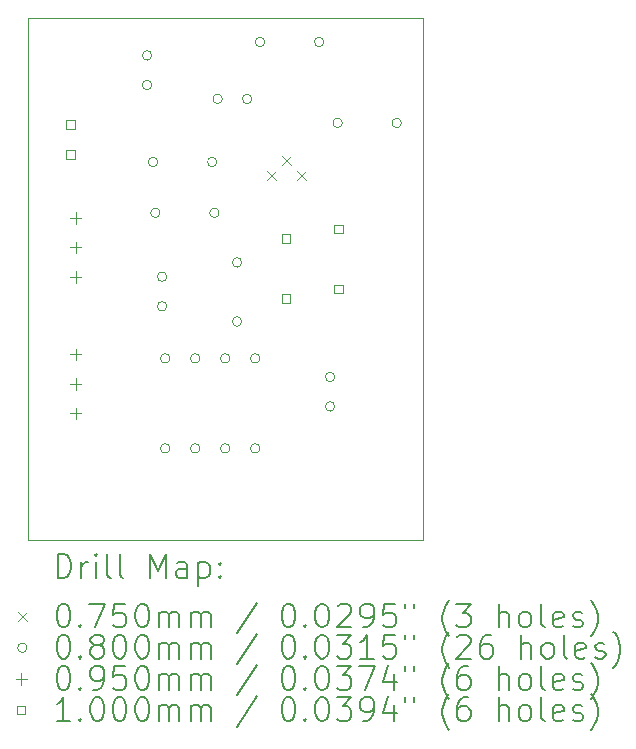
<source format=gbr>
%TF.GenerationSoftware,KiCad,Pcbnew,7.0.9*%
%TF.CreationDate,2023-12-11T11:26:03+01:00*%
%TF.ProjectId,3v3To5vPowerSupply,33763354-6f35-4765-906f-776572537570,1.1*%
%TF.SameCoordinates,Original*%
%TF.FileFunction,Drillmap*%
%TF.FilePolarity,Positive*%
%FSLAX45Y45*%
G04 Gerber Fmt 4.5, Leading zero omitted, Abs format (unit mm)*
G04 Created by KiCad (PCBNEW 7.0.9) date 2023-12-11 11:26:03*
%MOMM*%
%LPD*%
G01*
G04 APERTURE LIST*
%ADD10C,0.100000*%
%ADD11C,0.200000*%
G04 APERTURE END LIST*
D10*
X5414314Y-1373174D02*
X8762034Y-1373174D01*
X8762034Y-5795314D01*
X5414314Y-5795314D01*
X5414314Y-1373174D01*
D11*
D10*
X7442800Y-2667600D02*
X7517800Y-2742600D01*
X7517800Y-2667600D02*
X7442800Y-2742600D01*
X7569800Y-2540600D02*
X7644800Y-2615600D01*
X7644800Y-2540600D02*
X7569800Y-2615600D01*
X7696800Y-2667600D02*
X7771800Y-2742600D01*
X7771800Y-2667600D02*
X7696800Y-2742600D01*
X6466200Y-1689100D02*
G75*
G03*
X6466200Y-1689100I-40000J0D01*
G01*
X6466200Y-1939100D02*
G75*
G03*
X6466200Y-1939100I-40000J0D01*
G01*
X6517000Y-2590800D02*
G75*
G03*
X6517000Y-2590800I-40000J0D01*
G01*
X6536354Y-3021634D02*
G75*
G03*
X6536354Y-3021634I-40000J0D01*
G01*
X6593200Y-3562489D02*
G75*
G03*
X6593200Y-3562489I-40000J0D01*
G01*
X6593200Y-3812489D02*
G75*
G03*
X6593200Y-3812489I-40000J0D01*
G01*
X6619600Y-4253500D02*
G75*
G03*
X6619600Y-4253500I-40000J0D01*
G01*
X6619600Y-5015500D02*
G75*
G03*
X6619600Y-5015500I-40000J0D01*
G01*
X6873600Y-4253500D02*
G75*
G03*
X6873600Y-4253500I-40000J0D01*
G01*
X6873600Y-5015500D02*
G75*
G03*
X6873600Y-5015500I-40000J0D01*
G01*
X7017000Y-2590800D02*
G75*
G03*
X7017000Y-2590800I-40000J0D01*
G01*
X7036354Y-3021634D02*
G75*
G03*
X7036354Y-3021634I-40000J0D01*
G01*
X7062986Y-2057400D02*
G75*
G03*
X7062986Y-2057400I-40000J0D01*
G01*
X7127600Y-4253500D02*
G75*
G03*
X7127600Y-4253500I-40000J0D01*
G01*
X7127600Y-5015500D02*
G75*
G03*
X7127600Y-5015500I-40000J0D01*
G01*
X7228200Y-3441700D02*
G75*
G03*
X7228200Y-3441700I-40000J0D01*
G01*
X7228200Y-3941700D02*
G75*
G03*
X7228200Y-3941700I-40000J0D01*
G01*
X7312986Y-2057400D02*
G75*
G03*
X7312986Y-2057400I-40000J0D01*
G01*
X7381600Y-4253500D02*
G75*
G03*
X7381600Y-4253500I-40000J0D01*
G01*
X7381600Y-5015500D02*
G75*
G03*
X7381600Y-5015500I-40000J0D01*
G01*
X7422700Y-1574800D02*
G75*
G03*
X7422700Y-1574800I-40000J0D01*
G01*
X7922700Y-1574800D02*
G75*
G03*
X7922700Y-1574800I-40000J0D01*
G01*
X8015600Y-4410900D02*
G75*
G03*
X8015600Y-4410900I-40000J0D01*
G01*
X8015600Y-4660900D02*
G75*
G03*
X8015600Y-4660900I-40000J0D01*
G01*
X8079100Y-2260600D02*
G75*
G03*
X8079100Y-2260600I-40000J0D01*
G01*
X8579100Y-2260600D02*
G75*
G03*
X8579100Y-2260600I-40000J0D01*
G01*
X5820714Y-3017314D02*
X5820714Y-3112314D01*
X5773214Y-3064814D02*
X5868214Y-3064814D01*
X5820714Y-3267314D02*
X5820714Y-3362314D01*
X5773214Y-3314814D02*
X5868214Y-3314814D01*
X5820714Y-3517314D02*
X5820714Y-3612314D01*
X5773214Y-3564814D02*
X5868214Y-3564814D01*
X5820714Y-4173014D02*
X5820714Y-4268014D01*
X5773214Y-4220514D02*
X5868214Y-4220514D01*
X5820714Y-4423014D02*
X5820714Y-4518014D01*
X5773214Y-4470514D02*
X5868214Y-4470514D01*
X5820714Y-4673014D02*
X5820714Y-4768014D01*
X5773214Y-4720514D02*
X5868214Y-4720514D01*
X5813856Y-2308656D02*
X5813856Y-2237944D01*
X5743144Y-2237944D01*
X5743144Y-2308656D01*
X5813856Y-2308656D01*
X5813856Y-2562656D02*
X5813856Y-2491944D01*
X5743144Y-2491944D01*
X5743144Y-2562656D01*
X5813856Y-2562656D01*
X7639150Y-3275430D02*
X7639150Y-3204719D01*
X7568439Y-3204719D01*
X7568439Y-3275430D01*
X7639150Y-3275430D01*
X7639150Y-3783430D02*
X7639150Y-3712719D01*
X7568439Y-3712719D01*
X7568439Y-3783430D01*
X7639150Y-3783430D01*
X8081110Y-3194150D02*
X8081110Y-3123439D01*
X8010399Y-3123439D01*
X8010399Y-3194150D01*
X8081110Y-3194150D01*
X8081110Y-3702150D02*
X8081110Y-3631439D01*
X8010399Y-3631439D01*
X8010399Y-3702150D01*
X8081110Y-3702150D01*
D11*
X5670091Y-6111798D02*
X5670091Y-5911798D01*
X5670091Y-5911798D02*
X5717710Y-5911798D01*
X5717710Y-5911798D02*
X5746282Y-5921322D01*
X5746282Y-5921322D02*
X5765329Y-5940370D01*
X5765329Y-5940370D02*
X5774853Y-5959417D01*
X5774853Y-5959417D02*
X5784377Y-5997512D01*
X5784377Y-5997512D02*
X5784377Y-6026084D01*
X5784377Y-6026084D02*
X5774853Y-6064179D01*
X5774853Y-6064179D02*
X5765329Y-6083227D01*
X5765329Y-6083227D02*
X5746282Y-6102274D01*
X5746282Y-6102274D02*
X5717710Y-6111798D01*
X5717710Y-6111798D02*
X5670091Y-6111798D01*
X5870091Y-6111798D02*
X5870091Y-5978465D01*
X5870091Y-6016560D02*
X5879615Y-5997512D01*
X5879615Y-5997512D02*
X5889139Y-5987989D01*
X5889139Y-5987989D02*
X5908186Y-5978465D01*
X5908186Y-5978465D02*
X5927234Y-5978465D01*
X5993901Y-6111798D02*
X5993901Y-5978465D01*
X5993901Y-5911798D02*
X5984377Y-5921322D01*
X5984377Y-5921322D02*
X5993901Y-5930846D01*
X5993901Y-5930846D02*
X6003424Y-5921322D01*
X6003424Y-5921322D02*
X5993901Y-5911798D01*
X5993901Y-5911798D02*
X5993901Y-5930846D01*
X6117710Y-6111798D02*
X6098663Y-6102274D01*
X6098663Y-6102274D02*
X6089139Y-6083227D01*
X6089139Y-6083227D02*
X6089139Y-5911798D01*
X6222472Y-6111798D02*
X6203424Y-6102274D01*
X6203424Y-6102274D02*
X6193901Y-6083227D01*
X6193901Y-6083227D02*
X6193901Y-5911798D01*
X6451044Y-6111798D02*
X6451044Y-5911798D01*
X6451044Y-5911798D02*
X6517710Y-6054655D01*
X6517710Y-6054655D02*
X6584377Y-5911798D01*
X6584377Y-5911798D02*
X6584377Y-6111798D01*
X6765329Y-6111798D02*
X6765329Y-6007036D01*
X6765329Y-6007036D02*
X6755805Y-5987989D01*
X6755805Y-5987989D02*
X6736758Y-5978465D01*
X6736758Y-5978465D02*
X6698663Y-5978465D01*
X6698663Y-5978465D02*
X6679615Y-5987989D01*
X6765329Y-6102274D02*
X6746282Y-6111798D01*
X6746282Y-6111798D02*
X6698663Y-6111798D01*
X6698663Y-6111798D02*
X6679615Y-6102274D01*
X6679615Y-6102274D02*
X6670091Y-6083227D01*
X6670091Y-6083227D02*
X6670091Y-6064179D01*
X6670091Y-6064179D02*
X6679615Y-6045131D01*
X6679615Y-6045131D02*
X6698663Y-6035608D01*
X6698663Y-6035608D02*
X6746282Y-6035608D01*
X6746282Y-6035608D02*
X6765329Y-6026084D01*
X6860567Y-5978465D02*
X6860567Y-6178465D01*
X6860567Y-5987989D02*
X6879615Y-5978465D01*
X6879615Y-5978465D02*
X6917710Y-5978465D01*
X6917710Y-5978465D02*
X6936758Y-5987989D01*
X6936758Y-5987989D02*
X6946282Y-5997512D01*
X6946282Y-5997512D02*
X6955805Y-6016560D01*
X6955805Y-6016560D02*
X6955805Y-6073703D01*
X6955805Y-6073703D02*
X6946282Y-6092750D01*
X6946282Y-6092750D02*
X6936758Y-6102274D01*
X6936758Y-6102274D02*
X6917710Y-6111798D01*
X6917710Y-6111798D02*
X6879615Y-6111798D01*
X6879615Y-6111798D02*
X6860567Y-6102274D01*
X7041520Y-6092750D02*
X7051044Y-6102274D01*
X7051044Y-6102274D02*
X7041520Y-6111798D01*
X7041520Y-6111798D02*
X7031996Y-6102274D01*
X7031996Y-6102274D02*
X7041520Y-6092750D01*
X7041520Y-6092750D02*
X7041520Y-6111798D01*
X7041520Y-5987989D02*
X7051044Y-5997512D01*
X7051044Y-5997512D02*
X7041520Y-6007036D01*
X7041520Y-6007036D02*
X7031996Y-5997512D01*
X7031996Y-5997512D02*
X7041520Y-5987989D01*
X7041520Y-5987989D02*
X7041520Y-6007036D01*
D10*
X5334314Y-6402814D02*
X5409314Y-6477814D01*
X5409314Y-6402814D02*
X5334314Y-6477814D01*
D11*
X5708186Y-6331798D02*
X5727234Y-6331798D01*
X5727234Y-6331798D02*
X5746282Y-6341322D01*
X5746282Y-6341322D02*
X5755805Y-6350846D01*
X5755805Y-6350846D02*
X5765329Y-6369893D01*
X5765329Y-6369893D02*
X5774853Y-6407989D01*
X5774853Y-6407989D02*
X5774853Y-6455608D01*
X5774853Y-6455608D02*
X5765329Y-6493703D01*
X5765329Y-6493703D02*
X5755805Y-6512750D01*
X5755805Y-6512750D02*
X5746282Y-6522274D01*
X5746282Y-6522274D02*
X5727234Y-6531798D01*
X5727234Y-6531798D02*
X5708186Y-6531798D01*
X5708186Y-6531798D02*
X5689139Y-6522274D01*
X5689139Y-6522274D02*
X5679615Y-6512750D01*
X5679615Y-6512750D02*
X5670091Y-6493703D01*
X5670091Y-6493703D02*
X5660567Y-6455608D01*
X5660567Y-6455608D02*
X5660567Y-6407989D01*
X5660567Y-6407989D02*
X5670091Y-6369893D01*
X5670091Y-6369893D02*
X5679615Y-6350846D01*
X5679615Y-6350846D02*
X5689139Y-6341322D01*
X5689139Y-6341322D02*
X5708186Y-6331798D01*
X5860567Y-6512750D02*
X5870091Y-6522274D01*
X5870091Y-6522274D02*
X5860567Y-6531798D01*
X5860567Y-6531798D02*
X5851044Y-6522274D01*
X5851044Y-6522274D02*
X5860567Y-6512750D01*
X5860567Y-6512750D02*
X5860567Y-6531798D01*
X5936758Y-6331798D02*
X6070091Y-6331798D01*
X6070091Y-6331798D02*
X5984377Y-6531798D01*
X6241520Y-6331798D02*
X6146282Y-6331798D01*
X6146282Y-6331798D02*
X6136758Y-6427036D01*
X6136758Y-6427036D02*
X6146282Y-6417512D01*
X6146282Y-6417512D02*
X6165329Y-6407989D01*
X6165329Y-6407989D02*
X6212948Y-6407989D01*
X6212948Y-6407989D02*
X6231996Y-6417512D01*
X6231996Y-6417512D02*
X6241520Y-6427036D01*
X6241520Y-6427036D02*
X6251044Y-6446084D01*
X6251044Y-6446084D02*
X6251044Y-6493703D01*
X6251044Y-6493703D02*
X6241520Y-6512750D01*
X6241520Y-6512750D02*
X6231996Y-6522274D01*
X6231996Y-6522274D02*
X6212948Y-6531798D01*
X6212948Y-6531798D02*
X6165329Y-6531798D01*
X6165329Y-6531798D02*
X6146282Y-6522274D01*
X6146282Y-6522274D02*
X6136758Y-6512750D01*
X6374853Y-6331798D02*
X6393901Y-6331798D01*
X6393901Y-6331798D02*
X6412948Y-6341322D01*
X6412948Y-6341322D02*
X6422472Y-6350846D01*
X6422472Y-6350846D02*
X6431996Y-6369893D01*
X6431996Y-6369893D02*
X6441520Y-6407989D01*
X6441520Y-6407989D02*
X6441520Y-6455608D01*
X6441520Y-6455608D02*
X6431996Y-6493703D01*
X6431996Y-6493703D02*
X6422472Y-6512750D01*
X6422472Y-6512750D02*
X6412948Y-6522274D01*
X6412948Y-6522274D02*
X6393901Y-6531798D01*
X6393901Y-6531798D02*
X6374853Y-6531798D01*
X6374853Y-6531798D02*
X6355805Y-6522274D01*
X6355805Y-6522274D02*
X6346282Y-6512750D01*
X6346282Y-6512750D02*
X6336758Y-6493703D01*
X6336758Y-6493703D02*
X6327234Y-6455608D01*
X6327234Y-6455608D02*
X6327234Y-6407989D01*
X6327234Y-6407989D02*
X6336758Y-6369893D01*
X6336758Y-6369893D02*
X6346282Y-6350846D01*
X6346282Y-6350846D02*
X6355805Y-6341322D01*
X6355805Y-6341322D02*
X6374853Y-6331798D01*
X6527234Y-6531798D02*
X6527234Y-6398465D01*
X6527234Y-6417512D02*
X6536758Y-6407989D01*
X6536758Y-6407989D02*
X6555805Y-6398465D01*
X6555805Y-6398465D02*
X6584377Y-6398465D01*
X6584377Y-6398465D02*
X6603425Y-6407989D01*
X6603425Y-6407989D02*
X6612948Y-6427036D01*
X6612948Y-6427036D02*
X6612948Y-6531798D01*
X6612948Y-6427036D02*
X6622472Y-6407989D01*
X6622472Y-6407989D02*
X6641520Y-6398465D01*
X6641520Y-6398465D02*
X6670091Y-6398465D01*
X6670091Y-6398465D02*
X6689139Y-6407989D01*
X6689139Y-6407989D02*
X6698663Y-6427036D01*
X6698663Y-6427036D02*
X6698663Y-6531798D01*
X6793901Y-6531798D02*
X6793901Y-6398465D01*
X6793901Y-6417512D02*
X6803425Y-6407989D01*
X6803425Y-6407989D02*
X6822472Y-6398465D01*
X6822472Y-6398465D02*
X6851044Y-6398465D01*
X6851044Y-6398465D02*
X6870091Y-6407989D01*
X6870091Y-6407989D02*
X6879615Y-6427036D01*
X6879615Y-6427036D02*
X6879615Y-6531798D01*
X6879615Y-6427036D02*
X6889139Y-6407989D01*
X6889139Y-6407989D02*
X6908186Y-6398465D01*
X6908186Y-6398465D02*
X6936758Y-6398465D01*
X6936758Y-6398465D02*
X6955806Y-6407989D01*
X6955806Y-6407989D02*
X6965329Y-6427036D01*
X6965329Y-6427036D02*
X6965329Y-6531798D01*
X7355806Y-6322274D02*
X7184377Y-6579417D01*
X7612948Y-6331798D02*
X7631996Y-6331798D01*
X7631996Y-6331798D02*
X7651044Y-6341322D01*
X7651044Y-6341322D02*
X7660568Y-6350846D01*
X7660568Y-6350846D02*
X7670091Y-6369893D01*
X7670091Y-6369893D02*
X7679615Y-6407989D01*
X7679615Y-6407989D02*
X7679615Y-6455608D01*
X7679615Y-6455608D02*
X7670091Y-6493703D01*
X7670091Y-6493703D02*
X7660568Y-6512750D01*
X7660568Y-6512750D02*
X7651044Y-6522274D01*
X7651044Y-6522274D02*
X7631996Y-6531798D01*
X7631996Y-6531798D02*
X7612948Y-6531798D01*
X7612948Y-6531798D02*
X7593901Y-6522274D01*
X7593901Y-6522274D02*
X7584377Y-6512750D01*
X7584377Y-6512750D02*
X7574853Y-6493703D01*
X7574853Y-6493703D02*
X7565329Y-6455608D01*
X7565329Y-6455608D02*
X7565329Y-6407989D01*
X7565329Y-6407989D02*
X7574853Y-6369893D01*
X7574853Y-6369893D02*
X7584377Y-6350846D01*
X7584377Y-6350846D02*
X7593901Y-6341322D01*
X7593901Y-6341322D02*
X7612948Y-6331798D01*
X7765329Y-6512750D02*
X7774853Y-6522274D01*
X7774853Y-6522274D02*
X7765329Y-6531798D01*
X7765329Y-6531798D02*
X7755806Y-6522274D01*
X7755806Y-6522274D02*
X7765329Y-6512750D01*
X7765329Y-6512750D02*
X7765329Y-6531798D01*
X7898663Y-6331798D02*
X7917710Y-6331798D01*
X7917710Y-6331798D02*
X7936758Y-6341322D01*
X7936758Y-6341322D02*
X7946282Y-6350846D01*
X7946282Y-6350846D02*
X7955806Y-6369893D01*
X7955806Y-6369893D02*
X7965329Y-6407989D01*
X7965329Y-6407989D02*
X7965329Y-6455608D01*
X7965329Y-6455608D02*
X7955806Y-6493703D01*
X7955806Y-6493703D02*
X7946282Y-6512750D01*
X7946282Y-6512750D02*
X7936758Y-6522274D01*
X7936758Y-6522274D02*
X7917710Y-6531798D01*
X7917710Y-6531798D02*
X7898663Y-6531798D01*
X7898663Y-6531798D02*
X7879615Y-6522274D01*
X7879615Y-6522274D02*
X7870091Y-6512750D01*
X7870091Y-6512750D02*
X7860568Y-6493703D01*
X7860568Y-6493703D02*
X7851044Y-6455608D01*
X7851044Y-6455608D02*
X7851044Y-6407989D01*
X7851044Y-6407989D02*
X7860568Y-6369893D01*
X7860568Y-6369893D02*
X7870091Y-6350846D01*
X7870091Y-6350846D02*
X7879615Y-6341322D01*
X7879615Y-6341322D02*
X7898663Y-6331798D01*
X8041520Y-6350846D02*
X8051044Y-6341322D01*
X8051044Y-6341322D02*
X8070091Y-6331798D01*
X8070091Y-6331798D02*
X8117710Y-6331798D01*
X8117710Y-6331798D02*
X8136758Y-6341322D01*
X8136758Y-6341322D02*
X8146282Y-6350846D01*
X8146282Y-6350846D02*
X8155806Y-6369893D01*
X8155806Y-6369893D02*
X8155806Y-6388941D01*
X8155806Y-6388941D02*
X8146282Y-6417512D01*
X8146282Y-6417512D02*
X8031996Y-6531798D01*
X8031996Y-6531798D02*
X8155806Y-6531798D01*
X8251044Y-6531798D02*
X8289139Y-6531798D01*
X8289139Y-6531798D02*
X8308187Y-6522274D01*
X8308187Y-6522274D02*
X8317710Y-6512750D01*
X8317710Y-6512750D02*
X8336758Y-6484179D01*
X8336758Y-6484179D02*
X8346282Y-6446084D01*
X8346282Y-6446084D02*
X8346282Y-6369893D01*
X8346282Y-6369893D02*
X8336758Y-6350846D01*
X8336758Y-6350846D02*
X8327234Y-6341322D01*
X8327234Y-6341322D02*
X8308187Y-6331798D01*
X8308187Y-6331798D02*
X8270091Y-6331798D01*
X8270091Y-6331798D02*
X8251044Y-6341322D01*
X8251044Y-6341322D02*
X8241520Y-6350846D01*
X8241520Y-6350846D02*
X8231996Y-6369893D01*
X8231996Y-6369893D02*
X8231996Y-6417512D01*
X8231996Y-6417512D02*
X8241520Y-6436560D01*
X8241520Y-6436560D02*
X8251044Y-6446084D01*
X8251044Y-6446084D02*
X8270091Y-6455608D01*
X8270091Y-6455608D02*
X8308187Y-6455608D01*
X8308187Y-6455608D02*
X8327234Y-6446084D01*
X8327234Y-6446084D02*
X8336758Y-6436560D01*
X8336758Y-6436560D02*
X8346282Y-6417512D01*
X8527234Y-6331798D02*
X8431996Y-6331798D01*
X8431996Y-6331798D02*
X8422472Y-6427036D01*
X8422472Y-6427036D02*
X8431996Y-6417512D01*
X8431996Y-6417512D02*
X8451044Y-6407989D01*
X8451044Y-6407989D02*
X8498663Y-6407989D01*
X8498663Y-6407989D02*
X8517711Y-6417512D01*
X8517711Y-6417512D02*
X8527234Y-6427036D01*
X8527234Y-6427036D02*
X8536758Y-6446084D01*
X8536758Y-6446084D02*
X8536758Y-6493703D01*
X8536758Y-6493703D02*
X8527234Y-6512750D01*
X8527234Y-6512750D02*
X8517711Y-6522274D01*
X8517711Y-6522274D02*
X8498663Y-6531798D01*
X8498663Y-6531798D02*
X8451044Y-6531798D01*
X8451044Y-6531798D02*
X8431996Y-6522274D01*
X8431996Y-6522274D02*
X8422472Y-6512750D01*
X8612949Y-6331798D02*
X8612949Y-6369893D01*
X8689139Y-6331798D02*
X8689139Y-6369893D01*
X8984377Y-6607989D02*
X8974853Y-6598465D01*
X8974853Y-6598465D02*
X8955806Y-6569893D01*
X8955806Y-6569893D02*
X8946282Y-6550846D01*
X8946282Y-6550846D02*
X8936758Y-6522274D01*
X8936758Y-6522274D02*
X8927234Y-6474655D01*
X8927234Y-6474655D02*
X8927234Y-6436560D01*
X8927234Y-6436560D02*
X8936758Y-6388941D01*
X8936758Y-6388941D02*
X8946282Y-6360370D01*
X8946282Y-6360370D02*
X8955806Y-6341322D01*
X8955806Y-6341322D02*
X8974853Y-6312750D01*
X8974853Y-6312750D02*
X8984377Y-6303227D01*
X9041520Y-6331798D02*
X9165330Y-6331798D01*
X9165330Y-6331798D02*
X9098663Y-6407989D01*
X9098663Y-6407989D02*
X9127234Y-6407989D01*
X9127234Y-6407989D02*
X9146282Y-6417512D01*
X9146282Y-6417512D02*
X9155806Y-6427036D01*
X9155806Y-6427036D02*
X9165330Y-6446084D01*
X9165330Y-6446084D02*
X9165330Y-6493703D01*
X9165330Y-6493703D02*
X9155806Y-6512750D01*
X9155806Y-6512750D02*
X9146282Y-6522274D01*
X9146282Y-6522274D02*
X9127234Y-6531798D01*
X9127234Y-6531798D02*
X9070092Y-6531798D01*
X9070092Y-6531798D02*
X9051044Y-6522274D01*
X9051044Y-6522274D02*
X9041520Y-6512750D01*
X9403425Y-6531798D02*
X9403425Y-6331798D01*
X9489139Y-6531798D02*
X9489139Y-6427036D01*
X9489139Y-6427036D02*
X9479615Y-6407989D01*
X9479615Y-6407989D02*
X9460568Y-6398465D01*
X9460568Y-6398465D02*
X9431996Y-6398465D01*
X9431996Y-6398465D02*
X9412949Y-6407989D01*
X9412949Y-6407989D02*
X9403425Y-6417512D01*
X9612949Y-6531798D02*
X9593901Y-6522274D01*
X9593901Y-6522274D02*
X9584377Y-6512750D01*
X9584377Y-6512750D02*
X9574854Y-6493703D01*
X9574854Y-6493703D02*
X9574854Y-6436560D01*
X9574854Y-6436560D02*
X9584377Y-6417512D01*
X9584377Y-6417512D02*
X9593901Y-6407989D01*
X9593901Y-6407989D02*
X9612949Y-6398465D01*
X9612949Y-6398465D02*
X9641520Y-6398465D01*
X9641520Y-6398465D02*
X9660568Y-6407989D01*
X9660568Y-6407989D02*
X9670092Y-6417512D01*
X9670092Y-6417512D02*
X9679615Y-6436560D01*
X9679615Y-6436560D02*
X9679615Y-6493703D01*
X9679615Y-6493703D02*
X9670092Y-6512750D01*
X9670092Y-6512750D02*
X9660568Y-6522274D01*
X9660568Y-6522274D02*
X9641520Y-6531798D01*
X9641520Y-6531798D02*
X9612949Y-6531798D01*
X9793901Y-6531798D02*
X9774854Y-6522274D01*
X9774854Y-6522274D02*
X9765330Y-6503227D01*
X9765330Y-6503227D02*
X9765330Y-6331798D01*
X9946282Y-6522274D02*
X9927235Y-6531798D01*
X9927235Y-6531798D02*
X9889139Y-6531798D01*
X9889139Y-6531798D02*
X9870092Y-6522274D01*
X9870092Y-6522274D02*
X9860568Y-6503227D01*
X9860568Y-6503227D02*
X9860568Y-6427036D01*
X9860568Y-6427036D02*
X9870092Y-6407989D01*
X9870092Y-6407989D02*
X9889139Y-6398465D01*
X9889139Y-6398465D02*
X9927235Y-6398465D01*
X9927235Y-6398465D02*
X9946282Y-6407989D01*
X9946282Y-6407989D02*
X9955806Y-6427036D01*
X9955806Y-6427036D02*
X9955806Y-6446084D01*
X9955806Y-6446084D02*
X9860568Y-6465131D01*
X10031996Y-6522274D02*
X10051044Y-6531798D01*
X10051044Y-6531798D02*
X10089139Y-6531798D01*
X10089139Y-6531798D02*
X10108187Y-6522274D01*
X10108187Y-6522274D02*
X10117711Y-6503227D01*
X10117711Y-6503227D02*
X10117711Y-6493703D01*
X10117711Y-6493703D02*
X10108187Y-6474655D01*
X10108187Y-6474655D02*
X10089139Y-6465131D01*
X10089139Y-6465131D02*
X10060568Y-6465131D01*
X10060568Y-6465131D02*
X10041520Y-6455608D01*
X10041520Y-6455608D02*
X10031996Y-6436560D01*
X10031996Y-6436560D02*
X10031996Y-6427036D01*
X10031996Y-6427036D02*
X10041520Y-6407989D01*
X10041520Y-6407989D02*
X10060568Y-6398465D01*
X10060568Y-6398465D02*
X10089139Y-6398465D01*
X10089139Y-6398465D02*
X10108187Y-6407989D01*
X10184377Y-6607989D02*
X10193901Y-6598465D01*
X10193901Y-6598465D02*
X10212949Y-6569893D01*
X10212949Y-6569893D02*
X10222473Y-6550846D01*
X10222473Y-6550846D02*
X10231996Y-6522274D01*
X10231996Y-6522274D02*
X10241520Y-6474655D01*
X10241520Y-6474655D02*
X10241520Y-6436560D01*
X10241520Y-6436560D02*
X10231996Y-6388941D01*
X10231996Y-6388941D02*
X10222473Y-6360370D01*
X10222473Y-6360370D02*
X10212949Y-6341322D01*
X10212949Y-6341322D02*
X10193901Y-6312750D01*
X10193901Y-6312750D02*
X10184377Y-6303227D01*
D10*
X5409314Y-6704314D02*
G75*
G03*
X5409314Y-6704314I-40000J0D01*
G01*
D11*
X5708186Y-6595798D02*
X5727234Y-6595798D01*
X5727234Y-6595798D02*
X5746282Y-6605322D01*
X5746282Y-6605322D02*
X5755805Y-6614846D01*
X5755805Y-6614846D02*
X5765329Y-6633893D01*
X5765329Y-6633893D02*
X5774853Y-6671989D01*
X5774853Y-6671989D02*
X5774853Y-6719608D01*
X5774853Y-6719608D02*
X5765329Y-6757703D01*
X5765329Y-6757703D02*
X5755805Y-6776750D01*
X5755805Y-6776750D02*
X5746282Y-6786274D01*
X5746282Y-6786274D02*
X5727234Y-6795798D01*
X5727234Y-6795798D02*
X5708186Y-6795798D01*
X5708186Y-6795798D02*
X5689139Y-6786274D01*
X5689139Y-6786274D02*
X5679615Y-6776750D01*
X5679615Y-6776750D02*
X5670091Y-6757703D01*
X5670091Y-6757703D02*
X5660567Y-6719608D01*
X5660567Y-6719608D02*
X5660567Y-6671989D01*
X5660567Y-6671989D02*
X5670091Y-6633893D01*
X5670091Y-6633893D02*
X5679615Y-6614846D01*
X5679615Y-6614846D02*
X5689139Y-6605322D01*
X5689139Y-6605322D02*
X5708186Y-6595798D01*
X5860567Y-6776750D02*
X5870091Y-6786274D01*
X5870091Y-6786274D02*
X5860567Y-6795798D01*
X5860567Y-6795798D02*
X5851044Y-6786274D01*
X5851044Y-6786274D02*
X5860567Y-6776750D01*
X5860567Y-6776750D02*
X5860567Y-6795798D01*
X5984377Y-6681512D02*
X5965329Y-6671989D01*
X5965329Y-6671989D02*
X5955805Y-6662465D01*
X5955805Y-6662465D02*
X5946282Y-6643417D01*
X5946282Y-6643417D02*
X5946282Y-6633893D01*
X5946282Y-6633893D02*
X5955805Y-6614846D01*
X5955805Y-6614846D02*
X5965329Y-6605322D01*
X5965329Y-6605322D02*
X5984377Y-6595798D01*
X5984377Y-6595798D02*
X6022472Y-6595798D01*
X6022472Y-6595798D02*
X6041520Y-6605322D01*
X6041520Y-6605322D02*
X6051044Y-6614846D01*
X6051044Y-6614846D02*
X6060567Y-6633893D01*
X6060567Y-6633893D02*
X6060567Y-6643417D01*
X6060567Y-6643417D02*
X6051044Y-6662465D01*
X6051044Y-6662465D02*
X6041520Y-6671989D01*
X6041520Y-6671989D02*
X6022472Y-6681512D01*
X6022472Y-6681512D02*
X5984377Y-6681512D01*
X5984377Y-6681512D02*
X5965329Y-6691036D01*
X5965329Y-6691036D02*
X5955805Y-6700560D01*
X5955805Y-6700560D02*
X5946282Y-6719608D01*
X5946282Y-6719608D02*
X5946282Y-6757703D01*
X5946282Y-6757703D02*
X5955805Y-6776750D01*
X5955805Y-6776750D02*
X5965329Y-6786274D01*
X5965329Y-6786274D02*
X5984377Y-6795798D01*
X5984377Y-6795798D02*
X6022472Y-6795798D01*
X6022472Y-6795798D02*
X6041520Y-6786274D01*
X6041520Y-6786274D02*
X6051044Y-6776750D01*
X6051044Y-6776750D02*
X6060567Y-6757703D01*
X6060567Y-6757703D02*
X6060567Y-6719608D01*
X6060567Y-6719608D02*
X6051044Y-6700560D01*
X6051044Y-6700560D02*
X6041520Y-6691036D01*
X6041520Y-6691036D02*
X6022472Y-6681512D01*
X6184377Y-6595798D02*
X6203425Y-6595798D01*
X6203425Y-6595798D02*
X6222472Y-6605322D01*
X6222472Y-6605322D02*
X6231996Y-6614846D01*
X6231996Y-6614846D02*
X6241520Y-6633893D01*
X6241520Y-6633893D02*
X6251044Y-6671989D01*
X6251044Y-6671989D02*
X6251044Y-6719608D01*
X6251044Y-6719608D02*
X6241520Y-6757703D01*
X6241520Y-6757703D02*
X6231996Y-6776750D01*
X6231996Y-6776750D02*
X6222472Y-6786274D01*
X6222472Y-6786274D02*
X6203425Y-6795798D01*
X6203425Y-6795798D02*
X6184377Y-6795798D01*
X6184377Y-6795798D02*
X6165329Y-6786274D01*
X6165329Y-6786274D02*
X6155805Y-6776750D01*
X6155805Y-6776750D02*
X6146282Y-6757703D01*
X6146282Y-6757703D02*
X6136758Y-6719608D01*
X6136758Y-6719608D02*
X6136758Y-6671989D01*
X6136758Y-6671989D02*
X6146282Y-6633893D01*
X6146282Y-6633893D02*
X6155805Y-6614846D01*
X6155805Y-6614846D02*
X6165329Y-6605322D01*
X6165329Y-6605322D02*
X6184377Y-6595798D01*
X6374853Y-6595798D02*
X6393901Y-6595798D01*
X6393901Y-6595798D02*
X6412948Y-6605322D01*
X6412948Y-6605322D02*
X6422472Y-6614846D01*
X6422472Y-6614846D02*
X6431996Y-6633893D01*
X6431996Y-6633893D02*
X6441520Y-6671989D01*
X6441520Y-6671989D02*
X6441520Y-6719608D01*
X6441520Y-6719608D02*
X6431996Y-6757703D01*
X6431996Y-6757703D02*
X6422472Y-6776750D01*
X6422472Y-6776750D02*
X6412948Y-6786274D01*
X6412948Y-6786274D02*
X6393901Y-6795798D01*
X6393901Y-6795798D02*
X6374853Y-6795798D01*
X6374853Y-6795798D02*
X6355805Y-6786274D01*
X6355805Y-6786274D02*
X6346282Y-6776750D01*
X6346282Y-6776750D02*
X6336758Y-6757703D01*
X6336758Y-6757703D02*
X6327234Y-6719608D01*
X6327234Y-6719608D02*
X6327234Y-6671989D01*
X6327234Y-6671989D02*
X6336758Y-6633893D01*
X6336758Y-6633893D02*
X6346282Y-6614846D01*
X6346282Y-6614846D02*
X6355805Y-6605322D01*
X6355805Y-6605322D02*
X6374853Y-6595798D01*
X6527234Y-6795798D02*
X6527234Y-6662465D01*
X6527234Y-6681512D02*
X6536758Y-6671989D01*
X6536758Y-6671989D02*
X6555805Y-6662465D01*
X6555805Y-6662465D02*
X6584377Y-6662465D01*
X6584377Y-6662465D02*
X6603425Y-6671989D01*
X6603425Y-6671989D02*
X6612948Y-6691036D01*
X6612948Y-6691036D02*
X6612948Y-6795798D01*
X6612948Y-6691036D02*
X6622472Y-6671989D01*
X6622472Y-6671989D02*
X6641520Y-6662465D01*
X6641520Y-6662465D02*
X6670091Y-6662465D01*
X6670091Y-6662465D02*
X6689139Y-6671989D01*
X6689139Y-6671989D02*
X6698663Y-6691036D01*
X6698663Y-6691036D02*
X6698663Y-6795798D01*
X6793901Y-6795798D02*
X6793901Y-6662465D01*
X6793901Y-6681512D02*
X6803425Y-6671989D01*
X6803425Y-6671989D02*
X6822472Y-6662465D01*
X6822472Y-6662465D02*
X6851044Y-6662465D01*
X6851044Y-6662465D02*
X6870091Y-6671989D01*
X6870091Y-6671989D02*
X6879615Y-6691036D01*
X6879615Y-6691036D02*
X6879615Y-6795798D01*
X6879615Y-6691036D02*
X6889139Y-6671989D01*
X6889139Y-6671989D02*
X6908186Y-6662465D01*
X6908186Y-6662465D02*
X6936758Y-6662465D01*
X6936758Y-6662465D02*
X6955806Y-6671989D01*
X6955806Y-6671989D02*
X6965329Y-6691036D01*
X6965329Y-6691036D02*
X6965329Y-6795798D01*
X7355806Y-6586274D02*
X7184377Y-6843417D01*
X7612948Y-6595798D02*
X7631996Y-6595798D01*
X7631996Y-6595798D02*
X7651044Y-6605322D01*
X7651044Y-6605322D02*
X7660568Y-6614846D01*
X7660568Y-6614846D02*
X7670091Y-6633893D01*
X7670091Y-6633893D02*
X7679615Y-6671989D01*
X7679615Y-6671989D02*
X7679615Y-6719608D01*
X7679615Y-6719608D02*
X7670091Y-6757703D01*
X7670091Y-6757703D02*
X7660568Y-6776750D01*
X7660568Y-6776750D02*
X7651044Y-6786274D01*
X7651044Y-6786274D02*
X7631996Y-6795798D01*
X7631996Y-6795798D02*
X7612948Y-6795798D01*
X7612948Y-6795798D02*
X7593901Y-6786274D01*
X7593901Y-6786274D02*
X7584377Y-6776750D01*
X7584377Y-6776750D02*
X7574853Y-6757703D01*
X7574853Y-6757703D02*
X7565329Y-6719608D01*
X7565329Y-6719608D02*
X7565329Y-6671989D01*
X7565329Y-6671989D02*
X7574853Y-6633893D01*
X7574853Y-6633893D02*
X7584377Y-6614846D01*
X7584377Y-6614846D02*
X7593901Y-6605322D01*
X7593901Y-6605322D02*
X7612948Y-6595798D01*
X7765329Y-6776750D02*
X7774853Y-6786274D01*
X7774853Y-6786274D02*
X7765329Y-6795798D01*
X7765329Y-6795798D02*
X7755806Y-6786274D01*
X7755806Y-6786274D02*
X7765329Y-6776750D01*
X7765329Y-6776750D02*
X7765329Y-6795798D01*
X7898663Y-6595798D02*
X7917710Y-6595798D01*
X7917710Y-6595798D02*
X7936758Y-6605322D01*
X7936758Y-6605322D02*
X7946282Y-6614846D01*
X7946282Y-6614846D02*
X7955806Y-6633893D01*
X7955806Y-6633893D02*
X7965329Y-6671989D01*
X7965329Y-6671989D02*
X7965329Y-6719608D01*
X7965329Y-6719608D02*
X7955806Y-6757703D01*
X7955806Y-6757703D02*
X7946282Y-6776750D01*
X7946282Y-6776750D02*
X7936758Y-6786274D01*
X7936758Y-6786274D02*
X7917710Y-6795798D01*
X7917710Y-6795798D02*
X7898663Y-6795798D01*
X7898663Y-6795798D02*
X7879615Y-6786274D01*
X7879615Y-6786274D02*
X7870091Y-6776750D01*
X7870091Y-6776750D02*
X7860568Y-6757703D01*
X7860568Y-6757703D02*
X7851044Y-6719608D01*
X7851044Y-6719608D02*
X7851044Y-6671989D01*
X7851044Y-6671989D02*
X7860568Y-6633893D01*
X7860568Y-6633893D02*
X7870091Y-6614846D01*
X7870091Y-6614846D02*
X7879615Y-6605322D01*
X7879615Y-6605322D02*
X7898663Y-6595798D01*
X8031996Y-6595798D02*
X8155806Y-6595798D01*
X8155806Y-6595798D02*
X8089139Y-6671989D01*
X8089139Y-6671989D02*
X8117710Y-6671989D01*
X8117710Y-6671989D02*
X8136758Y-6681512D01*
X8136758Y-6681512D02*
X8146282Y-6691036D01*
X8146282Y-6691036D02*
X8155806Y-6710084D01*
X8155806Y-6710084D02*
X8155806Y-6757703D01*
X8155806Y-6757703D02*
X8146282Y-6776750D01*
X8146282Y-6776750D02*
X8136758Y-6786274D01*
X8136758Y-6786274D02*
X8117710Y-6795798D01*
X8117710Y-6795798D02*
X8060568Y-6795798D01*
X8060568Y-6795798D02*
X8041520Y-6786274D01*
X8041520Y-6786274D02*
X8031996Y-6776750D01*
X8346282Y-6795798D02*
X8231996Y-6795798D01*
X8289139Y-6795798D02*
X8289139Y-6595798D01*
X8289139Y-6595798D02*
X8270091Y-6624370D01*
X8270091Y-6624370D02*
X8251044Y-6643417D01*
X8251044Y-6643417D02*
X8231996Y-6652941D01*
X8527234Y-6595798D02*
X8431996Y-6595798D01*
X8431996Y-6595798D02*
X8422472Y-6691036D01*
X8422472Y-6691036D02*
X8431996Y-6681512D01*
X8431996Y-6681512D02*
X8451044Y-6671989D01*
X8451044Y-6671989D02*
X8498663Y-6671989D01*
X8498663Y-6671989D02*
X8517711Y-6681512D01*
X8517711Y-6681512D02*
X8527234Y-6691036D01*
X8527234Y-6691036D02*
X8536758Y-6710084D01*
X8536758Y-6710084D02*
X8536758Y-6757703D01*
X8536758Y-6757703D02*
X8527234Y-6776750D01*
X8527234Y-6776750D02*
X8517711Y-6786274D01*
X8517711Y-6786274D02*
X8498663Y-6795798D01*
X8498663Y-6795798D02*
X8451044Y-6795798D01*
X8451044Y-6795798D02*
X8431996Y-6786274D01*
X8431996Y-6786274D02*
X8422472Y-6776750D01*
X8612949Y-6595798D02*
X8612949Y-6633893D01*
X8689139Y-6595798D02*
X8689139Y-6633893D01*
X8984377Y-6871989D02*
X8974853Y-6862465D01*
X8974853Y-6862465D02*
X8955806Y-6833893D01*
X8955806Y-6833893D02*
X8946282Y-6814846D01*
X8946282Y-6814846D02*
X8936758Y-6786274D01*
X8936758Y-6786274D02*
X8927234Y-6738655D01*
X8927234Y-6738655D02*
X8927234Y-6700560D01*
X8927234Y-6700560D02*
X8936758Y-6652941D01*
X8936758Y-6652941D02*
X8946282Y-6624370D01*
X8946282Y-6624370D02*
X8955806Y-6605322D01*
X8955806Y-6605322D02*
X8974853Y-6576750D01*
X8974853Y-6576750D02*
X8984377Y-6567227D01*
X9051044Y-6614846D02*
X9060568Y-6605322D01*
X9060568Y-6605322D02*
X9079615Y-6595798D01*
X9079615Y-6595798D02*
X9127234Y-6595798D01*
X9127234Y-6595798D02*
X9146282Y-6605322D01*
X9146282Y-6605322D02*
X9155806Y-6614846D01*
X9155806Y-6614846D02*
X9165330Y-6633893D01*
X9165330Y-6633893D02*
X9165330Y-6652941D01*
X9165330Y-6652941D02*
X9155806Y-6681512D01*
X9155806Y-6681512D02*
X9041520Y-6795798D01*
X9041520Y-6795798D02*
X9165330Y-6795798D01*
X9336758Y-6595798D02*
X9298663Y-6595798D01*
X9298663Y-6595798D02*
X9279615Y-6605322D01*
X9279615Y-6605322D02*
X9270092Y-6614846D01*
X9270092Y-6614846D02*
X9251044Y-6643417D01*
X9251044Y-6643417D02*
X9241520Y-6681512D01*
X9241520Y-6681512D02*
X9241520Y-6757703D01*
X9241520Y-6757703D02*
X9251044Y-6776750D01*
X9251044Y-6776750D02*
X9260568Y-6786274D01*
X9260568Y-6786274D02*
X9279615Y-6795798D01*
X9279615Y-6795798D02*
X9317711Y-6795798D01*
X9317711Y-6795798D02*
X9336758Y-6786274D01*
X9336758Y-6786274D02*
X9346282Y-6776750D01*
X9346282Y-6776750D02*
X9355806Y-6757703D01*
X9355806Y-6757703D02*
X9355806Y-6710084D01*
X9355806Y-6710084D02*
X9346282Y-6691036D01*
X9346282Y-6691036D02*
X9336758Y-6681512D01*
X9336758Y-6681512D02*
X9317711Y-6671989D01*
X9317711Y-6671989D02*
X9279615Y-6671989D01*
X9279615Y-6671989D02*
X9260568Y-6681512D01*
X9260568Y-6681512D02*
X9251044Y-6691036D01*
X9251044Y-6691036D02*
X9241520Y-6710084D01*
X9593901Y-6795798D02*
X9593901Y-6595798D01*
X9679615Y-6795798D02*
X9679615Y-6691036D01*
X9679615Y-6691036D02*
X9670092Y-6671989D01*
X9670092Y-6671989D02*
X9651044Y-6662465D01*
X9651044Y-6662465D02*
X9622473Y-6662465D01*
X9622473Y-6662465D02*
X9603425Y-6671989D01*
X9603425Y-6671989D02*
X9593901Y-6681512D01*
X9803425Y-6795798D02*
X9784377Y-6786274D01*
X9784377Y-6786274D02*
X9774854Y-6776750D01*
X9774854Y-6776750D02*
X9765330Y-6757703D01*
X9765330Y-6757703D02*
X9765330Y-6700560D01*
X9765330Y-6700560D02*
X9774854Y-6681512D01*
X9774854Y-6681512D02*
X9784377Y-6671989D01*
X9784377Y-6671989D02*
X9803425Y-6662465D01*
X9803425Y-6662465D02*
X9831996Y-6662465D01*
X9831996Y-6662465D02*
X9851044Y-6671989D01*
X9851044Y-6671989D02*
X9860568Y-6681512D01*
X9860568Y-6681512D02*
X9870092Y-6700560D01*
X9870092Y-6700560D02*
X9870092Y-6757703D01*
X9870092Y-6757703D02*
X9860568Y-6776750D01*
X9860568Y-6776750D02*
X9851044Y-6786274D01*
X9851044Y-6786274D02*
X9831996Y-6795798D01*
X9831996Y-6795798D02*
X9803425Y-6795798D01*
X9984377Y-6795798D02*
X9965330Y-6786274D01*
X9965330Y-6786274D02*
X9955806Y-6767227D01*
X9955806Y-6767227D02*
X9955806Y-6595798D01*
X10136758Y-6786274D02*
X10117711Y-6795798D01*
X10117711Y-6795798D02*
X10079615Y-6795798D01*
X10079615Y-6795798D02*
X10060568Y-6786274D01*
X10060568Y-6786274D02*
X10051044Y-6767227D01*
X10051044Y-6767227D02*
X10051044Y-6691036D01*
X10051044Y-6691036D02*
X10060568Y-6671989D01*
X10060568Y-6671989D02*
X10079615Y-6662465D01*
X10079615Y-6662465D02*
X10117711Y-6662465D01*
X10117711Y-6662465D02*
X10136758Y-6671989D01*
X10136758Y-6671989D02*
X10146282Y-6691036D01*
X10146282Y-6691036D02*
X10146282Y-6710084D01*
X10146282Y-6710084D02*
X10051044Y-6729131D01*
X10222473Y-6786274D02*
X10241520Y-6795798D01*
X10241520Y-6795798D02*
X10279615Y-6795798D01*
X10279615Y-6795798D02*
X10298663Y-6786274D01*
X10298663Y-6786274D02*
X10308187Y-6767227D01*
X10308187Y-6767227D02*
X10308187Y-6757703D01*
X10308187Y-6757703D02*
X10298663Y-6738655D01*
X10298663Y-6738655D02*
X10279615Y-6729131D01*
X10279615Y-6729131D02*
X10251044Y-6729131D01*
X10251044Y-6729131D02*
X10231996Y-6719608D01*
X10231996Y-6719608D02*
X10222473Y-6700560D01*
X10222473Y-6700560D02*
X10222473Y-6691036D01*
X10222473Y-6691036D02*
X10231996Y-6671989D01*
X10231996Y-6671989D02*
X10251044Y-6662465D01*
X10251044Y-6662465D02*
X10279615Y-6662465D01*
X10279615Y-6662465D02*
X10298663Y-6671989D01*
X10374854Y-6871989D02*
X10384377Y-6862465D01*
X10384377Y-6862465D02*
X10403425Y-6833893D01*
X10403425Y-6833893D02*
X10412949Y-6814846D01*
X10412949Y-6814846D02*
X10422473Y-6786274D01*
X10422473Y-6786274D02*
X10431996Y-6738655D01*
X10431996Y-6738655D02*
X10431996Y-6700560D01*
X10431996Y-6700560D02*
X10422473Y-6652941D01*
X10422473Y-6652941D02*
X10412949Y-6624370D01*
X10412949Y-6624370D02*
X10403425Y-6605322D01*
X10403425Y-6605322D02*
X10384377Y-6576750D01*
X10384377Y-6576750D02*
X10374854Y-6567227D01*
D10*
X5361814Y-6920814D02*
X5361814Y-7015814D01*
X5314314Y-6968314D02*
X5409314Y-6968314D01*
D11*
X5708186Y-6859798D02*
X5727234Y-6859798D01*
X5727234Y-6859798D02*
X5746282Y-6869322D01*
X5746282Y-6869322D02*
X5755805Y-6878846D01*
X5755805Y-6878846D02*
X5765329Y-6897893D01*
X5765329Y-6897893D02*
X5774853Y-6935989D01*
X5774853Y-6935989D02*
X5774853Y-6983608D01*
X5774853Y-6983608D02*
X5765329Y-7021703D01*
X5765329Y-7021703D02*
X5755805Y-7040750D01*
X5755805Y-7040750D02*
X5746282Y-7050274D01*
X5746282Y-7050274D02*
X5727234Y-7059798D01*
X5727234Y-7059798D02*
X5708186Y-7059798D01*
X5708186Y-7059798D02*
X5689139Y-7050274D01*
X5689139Y-7050274D02*
X5679615Y-7040750D01*
X5679615Y-7040750D02*
X5670091Y-7021703D01*
X5670091Y-7021703D02*
X5660567Y-6983608D01*
X5660567Y-6983608D02*
X5660567Y-6935989D01*
X5660567Y-6935989D02*
X5670091Y-6897893D01*
X5670091Y-6897893D02*
X5679615Y-6878846D01*
X5679615Y-6878846D02*
X5689139Y-6869322D01*
X5689139Y-6869322D02*
X5708186Y-6859798D01*
X5860567Y-7040750D02*
X5870091Y-7050274D01*
X5870091Y-7050274D02*
X5860567Y-7059798D01*
X5860567Y-7059798D02*
X5851044Y-7050274D01*
X5851044Y-7050274D02*
X5860567Y-7040750D01*
X5860567Y-7040750D02*
X5860567Y-7059798D01*
X5965329Y-7059798D02*
X6003424Y-7059798D01*
X6003424Y-7059798D02*
X6022472Y-7050274D01*
X6022472Y-7050274D02*
X6031996Y-7040750D01*
X6031996Y-7040750D02*
X6051044Y-7012179D01*
X6051044Y-7012179D02*
X6060567Y-6974084D01*
X6060567Y-6974084D02*
X6060567Y-6897893D01*
X6060567Y-6897893D02*
X6051044Y-6878846D01*
X6051044Y-6878846D02*
X6041520Y-6869322D01*
X6041520Y-6869322D02*
X6022472Y-6859798D01*
X6022472Y-6859798D02*
X5984377Y-6859798D01*
X5984377Y-6859798D02*
X5965329Y-6869322D01*
X5965329Y-6869322D02*
X5955805Y-6878846D01*
X5955805Y-6878846D02*
X5946282Y-6897893D01*
X5946282Y-6897893D02*
X5946282Y-6945512D01*
X5946282Y-6945512D02*
X5955805Y-6964560D01*
X5955805Y-6964560D02*
X5965329Y-6974084D01*
X5965329Y-6974084D02*
X5984377Y-6983608D01*
X5984377Y-6983608D02*
X6022472Y-6983608D01*
X6022472Y-6983608D02*
X6041520Y-6974084D01*
X6041520Y-6974084D02*
X6051044Y-6964560D01*
X6051044Y-6964560D02*
X6060567Y-6945512D01*
X6241520Y-6859798D02*
X6146282Y-6859798D01*
X6146282Y-6859798D02*
X6136758Y-6955036D01*
X6136758Y-6955036D02*
X6146282Y-6945512D01*
X6146282Y-6945512D02*
X6165329Y-6935989D01*
X6165329Y-6935989D02*
X6212948Y-6935989D01*
X6212948Y-6935989D02*
X6231996Y-6945512D01*
X6231996Y-6945512D02*
X6241520Y-6955036D01*
X6241520Y-6955036D02*
X6251044Y-6974084D01*
X6251044Y-6974084D02*
X6251044Y-7021703D01*
X6251044Y-7021703D02*
X6241520Y-7040750D01*
X6241520Y-7040750D02*
X6231996Y-7050274D01*
X6231996Y-7050274D02*
X6212948Y-7059798D01*
X6212948Y-7059798D02*
X6165329Y-7059798D01*
X6165329Y-7059798D02*
X6146282Y-7050274D01*
X6146282Y-7050274D02*
X6136758Y-7040750D01*
X6374853Y-6859798D02*
X6393901Y-6859798D01*
X6393901Y-6859798D02*
X6412948Y-6869322D01*
X6412948Y-6869322D02*
X6422472Y-6878846D01*
X6422472Y-6878846D02*
X6431996Y-6897893D01*
X6431996Y-6897893D02*
X6441520Y-6935989D01*
X6441520Y-6935989D02*
X6441520Y-6983608D01*
X6441520Y-6983608D02*
X6431996Y-7021703D01*
X6431996Y-7021703D02*
X6422472Y-7040750D01*
X6422472Y-7040750D02*
X6412948Y-7050274D01*
X6412948Y-7050274D02*
X6393901Y-7059798D01*
X6393901Y-7059798D02*
X6374853Y-7059798D01*
X6374853Y-7059798D02*
X6355805Y-7050274D01*
X6355805Y-7050274D02*
X6346282Y-7040750D01*
X6346282Y-7040750D02*
X6336758Y-7021703D01*
X6336758Y-7021703D02*
X6327234Y-6983608D01*
X6327234Y-6983608D02*
X6327234Y-6935989D01*
X6327234Y-6935989D02*
X6336758Y-6897893D01*
X6336758Y-6897893D02*
X6346282Y-6878846D01*
X6346282Y-6878846D02*
X6355805Y-6869322D01*
X6355805Y-6869322D02*
X6374853Y-6859798D01*
X6527234Y-7059798D02*
X6527234Y-6926465D01*
X6527234Y-6945512D02*
X6536758Y-6935989D01*
X6536758Y-6935989D02*
X6555805Y-6926465D01*
X6555805Y-6926465D02*
X6584377Y-6926465D01*
X6584377Y-6926465D02*
X6603425Y-6935989D01*
X6603425Y-6935989D02*
X6612948Y-6955036D01*
X6612948Y-6955036D02*
X6612948Y-7059798D01*
X6612948Y-6955036D02*
X6622472Y-6935989D01*
X6622472Y-6935989D02*
X6641520Y-6926465D01*
X6641520Y-6926465D02*
X6670091Y-6926465D01*
X6670091Y-6926465D02*
X6689139Y-6935989D01*
X6689139Y-6935989D02*
X6698663Y-6955036D01*
X6698663Y-6955036D02*
X6698663Y-7059798D01*
X6793901Y-7059798D02*
X6793901Y-6926465D01*
X6793901Y-6945512D02*
X6803425Y-6935989D01*
X6803425Y-6935989D02*
X6822472Y-6926465D01*
X6822472Y-6926465D02*
X6851044Y-6926465D01*
X6851044Y-6926465D02*
X6870091Y-6935989D01*
X6870091Y-6935989D02*
X6879615Y-6955036D01*
X6879615Y-6955036D02*
X6879615Y-7059798D01*
X6879615Y-6955036D02*
X6889139Y-6935989D01*
X6889139Y-6935989D02*
X6908186Y-6926465D01*
X6908186Y-6926465D02*
X6936758Y-6926465D01*
X6936758Y-6926465D02*
X6955806Y-6935989D01*
X6955806Y-6935989D02*
X6965329Y-6955036D01*
X6965329Y-6955036D02*
X6965329Y-7059798D01*
X7355806Y-6850274D02*
X7184377Y-7107417D01*
X7612948Y-6859798D02*
X7631996Y-6859798D01*
X7631996Y-6859798D02*
X7651044Y-6869322D01*
X7651044Y-6869322D02*
X7660568Y-6878846D01*
X7660568Y-6878846D02*
X7670091Y-6897893D01*
X7670091Y-6897893D02*
X7679615Y-6935989D01*
X7679615Y-6935989D02*
X7679615Y-6983608D01*
X7679615Y-6983608D02*
X7670091Y-7021703D01*
X7670091Y-7021703D02*
X7660568Y-7040750D01*
X7660568Y-7040750D02*
X7651044Y-7050274D01*
X7651044Y-7050274D02*
X7631996Y-7059798D01*
X7631996Y-7059798D02*
X7612948Y-7059798D01*
X7612948Y-7059798D02*
X7593901Y-7050274D01*
X7593901Y-7050274D02*
X7584377Y-7040750D01*
X7584377Y-7040750D02*
X7574853Y-7021703D01*
X7574853Y-7021703D02*
X7565329Y-6983608D01*
X7565329Y-6983608D02*
X7565329Y-6935989D01*
X7565329Y-6935989D02*
X7574853Y-6897893D01*
X7574853Y-6897893D02*
X7584377Y-6878846D01*
X7584377Y-6878846D02*
X7593901Y-6869322D01*
X7593901Y-6869322D02*
X7612948Y-6859798D01*
X7765329Y-7040750D02*
X7774853Y-7050274D01*
X7774853Y-7050274D02*
X7765329Y-7059798D01*
X7765329Y-7059798D02*
X7755806Y-7050274D01*
X7755806Y-7050274D02*
X7765329Y-7040750D01*
X7765329Y-7040750D02*
X7765329Y-7059798D01*
X7898663Y-6859798D02*
X7917710Y-6859798D01*
X7917710Y-6859798D02*
X7936758Y-6869322D01*
X7936758Y-6869322D02*
X7946282Y-6878846D01*
X7946282Y-6878846D02*
X7955806Y-6897893D01*
X7955806Y-6897893D02*
X7965329Y-6935989D01*
X7965329Y-6935989D02*
X7965329Y-6983608D01*
X7965329Y-6983608D02*
X7955806Y-7021703D01*
X7955806Y-7021703D02*
X7946282Y-7040750D01*
X7946282Y-7040750D02*
X7936758Y-7050274D01*
X7936758Y-7050274D02*
X7917710Y-7059798D01*
X7917710Y-7059798D02*
X7898663Y-7059798D01*
X7898663Y-7059798D02*
X7879615Y-7050274D01*
X7879615Y-7050274D02*
X7870091Y-7040750D01*
X7870091Y-7040750D02*
X7860568Y-7021703D01*
X7860568Y-7021703D02*
X7851044Y-6983608D01*
X7851044Y-6983608D02*
X7851044Y-6935989D01*
X7851044Y-6935989D02*
X7860568Y-6897893D01*
X7860568Y-6897893D02*
X7870091Y-6878846D01*
X7870091Y-6878846D02*
X7879615Y-6869322D01*
X7879615Y-6869322D02*
X7898663Y-6859798D01*
X8031996Y-6859798D02*
X8155806Y-6859798D01*
X8155806Y-6859798D02*
X8089139Y-6935989D01*
X8089139Y-6935989D02*
X8117710Y-6935989D01*
X8117710Y-6935989D02*
X8136758Y-6945512D01*
X8136758Y-6945512D02*
X8146282Y-6955036D01*
X8146282Y-6955036D02*
X8155806Y-6974084D01*
X8155806Y-6974084D02*
X8155806Y-7021703D01*
X8155806Y-7021703D02*
X8146282Y-7040750D01*
X8146282Y-7040750D02*
X8136758Y-7050274D01*
X8136758Y-7050274D02*
X8117710Y-7059798D01*
X8117710Y-7059798D02*
X8060568Y-7059798D01*
X8060568Y-7059798D02*
X8041520Y-7050274D01*
X8041520Y-7050274D02*
X8031996Y-7040750D01*
X8222472Y-6859798D02*
X8355806Y-6859798D01*
X8355806Y-6859798D02*
X8270091Y-7059798D01*
X8517711Y-6926465D02*
X8517711Y-7059798D01*
X8470091Y-6850274D02*
X8422472Y-6993131D01*
X8422472Y-6993131D02*
X8546282Y-6993131D01*
X8612949Y-6859798D02*
X8612949Y-6897893D01*
X8689139Y-6859798D02*
X8689139Y-6897893D01*
X8984377Y-7135989D02*
X8974853Y-7126465D01*
X8974853Y-7126465D02*
X8955806Y-7097893D01*
X8955806Y-7097893D02*
X8946282Y-7078846D01*
X8946282Y-7078846D02*
X8936758Y-7050274D01*
X8936758Y-7050274D02*
X8927234Y-7002655D01*
X8927234Y-7002655D02*
X8927234Y-6964560D01*
X8927234Y-6964560D02*
X8936758Y-6916941D01*
X8936758Y-6916941D02*
X8946282Y-6888370D01*
X8946282Y-6888370D02*
X8955806Y-6869322D01*
X8955806Y-6869322D02*
X8974853Y-6840750D01*
X8974853Y-6840750D02*
X8984377Y-6831227D01*
X9146282Y-6859798D02*
X9108187Y-6859798D01*
X9108187Y-6859798D02*
X9089139Y-6869322D01*
X9089139Y-6869322D02*
X9079615Y-6878846D01*
X9079615Y-6878846D02*
X9060568Y-6907417D01*
X9060568Y-6907417D02*
X9051044Y-6945512D01*
X9051044Y-6945512D02*
X9051044Y-7021703D01*
X9051044Y-7021703D02*
X9060568Y-7040750D01*
X9060568Y-7040750D02*
X9070092Y-7050274D01*
X9070092Y-7050274D02*
X9089139Y-7059798D01*
X9089139Y-7059798D02*
X9127234Y-7059798D01*
X9127234Y-7059798D02*
X9146282Y-7050274D01*
X9146282Y-7050274D02*
X9155806Y-7040750D01*
X9155806Y-7040750D02*
X9165330Y-7021703D01*
X9165330Y-7021703D02*
X9165330Y-6974084D01*
X9165330Y-6974084D02*
X9155806Y-6955036D01*
X9155806Y-6955036D02*
X9146282Y-6945512D01*
X9146282Y-6945512D02*
X9127234Y-6935989D01*
X9127234Y-6935989D02*
X9089139Y-6935989D01*
X9089139Y-6935989D02*
X9070092Y-6945512D01*
X9070092Y-6945512D02*
X9060568Y-6955036D01*
X9060568Y-6955036D02*
X9051044Y-6974084D01*
X9403425Y-7059798D02*
X9403425Y-6859798D01*
X9489139Y-7059798D02*
X9489139Y-6955036D01*
X9489139Y-6955036D02*
X9479615Y-6935989D01*
X9479615Y-6935989D02*
X9460568Y-6926465D01*
X9460568Y-6926465D02*
X9431996Y-6926465D01*
X9431996Y-6926465D02*
X9412949Y-6935989D01*
X9412949Y-6935989D02*
X9403425Y-6945512D01*
X9612949Y-7059798D02*
X9593901Y-7050274D01*
X9593901Y-7050274D02*
X9584377Y-7040750D01*
X9584377Y-7040750D02*
X9574854Y-7021703D01*
X9574854Y-7021703D02*
X9574854Y-6964560D01*
X9574854Y-6964560D02*
X9584377Y-6945512D01*
X9584377Y-6945512D02*
X9593901Y-6935989D01*
X9593901Y-6935989D02*
X9612949Y-6926465D01*
X9612949Y-6926465D02*
X9641520Y-6926465D01*
X9641520Y-6926465D02*
X9660568Y-6935989D01*
X9660568Y-6935989D02*
X9670092Y-6945512D01*
X9670092Y-6945512D02*
X9679615Y-6964560D01*
X9679615Y-6964560D02*
X9679615Y-7021703D01*
X9679615Y-7021703D02*
X9670092Y-7040750D01*
X9670092Y-7040750D02*
X9660568Y-7050274D01*
X9660568Y-7050274D02*
X9641520Y-7059798D01*
X9641520Y-7059798D02*
X9612949Y-7059798D01*
X9793901Y-7059798D02*
X9774854Y-7050274D01*
X9774854Y-7050274D02*
X9765330Y-7031227D01*
X9765330Y-7031227D02*
X9765330Y-6859798D01*
X9946282Y-7050274D02*
X9927235Y-7059798D01*
X9927235Y-7059798D02*
X9889139Y-7059798D01*
X9889139Y-7059798D02*
X9870092Y-7050274D01*
X9870092Y-7050274D02*
X9860568Y-7031227D01*
X9860568Y-7031227D02*
X9860568Y-6955036D01*
X9860568Y-6955036D02*
X9870092Y-6935989D01*
X9870092Y-6935989D02*
X9889139Y-6926465D01*
X9889139Y-6926465D02*
X9927235Y-6926465D01*
X9927235Y-6926465D02*
X9946282Y-6935989D01*
X9946282Y-6935989D02*
X9955806Y-6955036D01*
X9955806Y-6955036D02*
X9955806Y-6974084D01*
X9955806Y-6974084D02*
X9860568Y-6993131D01*
X10031996Y-7050274D02*
X10051044Y-7059798D01*
X10051044Y-7059798D02*
X10089139Y-7059798D01*
X10089139Y-7059798D02*
X10108187Y-7050274D01*
X10108187Y-7050274D02*
X10117711Y-7031227D01*
X10117711Y-7031227D02*
X10117711Y-7021703D01*
X10117711Y-7021703D02*
X10108187Y-7002655D01*
X10108187Y-7002655D02*
X10089139Y-6993131D01*
X10089139Y-6993131D02*
X10060568Y-6993131D01*
X10060568Y-6993131D02*
X10041520Y-6983608D01*
X10041520Y-6983608D02*
X10031996Y-6964560D01*
X10031996Y-6964560D02*
X10031996Y-6955036D01*
X10031996Y-6955036D02*
X10041520Y-6935989D01*
X10041520Y-6935989D02*
X10060568Y-6926465D01*
X10060568Y-6926465D02*
X10089139Y-6926465D01*
X10089139Y-6926465D02*
X10108187Y-6935989D01*
X10184377Y-7135989D02*
X10193901Y-7126465D01*
X10193901Y-7126465D02*
X10212949Y-7097893D01*
X10212949Y-7097893D02*
X10222473Y-7078846D01*
X10222473Y-7078846D02*
X10231996Y-7050274D01*
X10231996Y-7050274D02*
X10241520Y-7002655D01*
X10241520Y-7002655D02*
X10241520Y-6964560D01*
X10241520Y-6964560D02*
X10231996Y-6916941D01*
X10231996Y-6916941D02*
X10222473Y-6888370D01*
X10222473Y-6888370D02*
X10212949Y-6869322D01*
X10212949Y-6869322D02*
X10193901Y-6840750D01*
X10193901Y-6840750D02*
X10184377Y-6831227D01*
D10*
X5394670Y-7267670D02*
X5394670Y-7196959D01*
X5323959Y-7196959D01*
X5323959Y-7267670D01*
X5394670Y-7267670D01*
D11*
X5774853Y-7323798D02*
X5660567Y-7323798D01*
X5717710Y-7323798D02*
X5717710Y-7123798D01*
X5717710Y-7123798D02*
X5698663Y-7152370D01*
X5698663Y-7152370D02*
X5679615Y-7171417D01*
X5679615Y-7171417D02*
X5660567Y-7180941D01*
X5860567Y-7304750D02*
X5870091Y-7314274D01*
X5870091Y-7314274D02*
X5860567Y-7323798D01*
X5860567Y-7323798D02*
X5851044Y-7314274D01*
X5851044Y-7314274D02*
X5860567Y-7304750D01*
X5860567Y-7304750D02*
X5860567Y-7323798D01*
X5993901Y-7123798D02*
X6012948Y-7123798D01*
X6012948Y-7123798D02*
X6031996Y-7133322D01*
X6031996Y-7133322D02*
X6041520Y-7142846D01*
X6041520Y-7142846D02*
X6051044Y-7161893D01*
X6051044Y-7161893D02*
X6060567Y-7199989D01*
X6060567Y-7199989D02*
X6060567Y-7247608D01*
X6060567Y-7247608D02*
X6051044Y-7285703D01*
X6051044Y-7285703D02*
X6041520Y-7304750D01*
X6041520Y-7304750D02*
X6031996Y-7314274D01*
X6031996Y-7314274D02*
X6012948Y-7323798D01*
X6012948Y-7323798D02*
X5993901Y-7323798D01*
X5993901Y-7323798D02*
X5974853Y-7314274D01*
X5974853Y-7314274D02*
X5965329Y-7304750D01*
X5965329Y-7304750D02*
X5955805Y-7285703D01*
X5955805Y-7285703D02*
X5946282Y-7247608D01*
X5946282Y-7247608D02*
X5946282Y-7199989D01*
X5946282Y-7199989D02*
X5955805Y-7161893D01*
X5955805Y-7161893D02*
X5965329Y-7142846D01*
X5965329Y-7142846D02*
X5974853Y-7133322D01*
X5974853Y-7133322D02*
X5993901Y-7123798D01*
X6184377Y-7123798D02*
X6203425Y-7123798D01*
X6203425Y-7123798D02*
X6222472Y-7133322D01*
X6222472Y-7133322D02*
X6231996Y-7142846D01*
X6231996Y-7142846D02*
X6241520Y-7161893D01*
X6241520Y-7161893D02*
X6251044Y-7199989D01*
X6251044Y-7199989D02*
X6251044Y-7247608D01*
X6251044Y-7247608D02*
X6241520Y-7285703D01*
X6241520Y-7285703D02*
X6231996Y-7304750D01*
X6231996Y-7304750D02*
X6222472Y-7314274D01*
X6222472Y-7314274D02*
X6203425Y-7323798D01*
X6203425Y-7323798D02*
X6184377Y-7323798D01*
X6184377Y-7323798D02*
X6165329Y-7314274D01*
X6165329Y-7314274D02*
X6155805Y-7304750D01*
X6155805Y-7304750D02*
X6146282Y-7285703D01*
X6146282Y-7285703D02*
X6136758Y-7247608D01*
X6136758Y-7247608D02*
X6136758Y-7199989D01*
X6136758Y-7199989D02*
X6146282Y-7161893D01*
X6146282Y-7161893D02*
X6155805Y-7142846D01*
X6155805Y-7142846D02*
X6165329Y-7133322D01*
X6165329Y-7133322D02*
X6184377Y-7123798D01*
X6374853Y-7123798D02*
X6393901Y-7123798D01*
X6393901Y-7123798D02*
X6412948Y-7133322D01*
X6412948Y-7133322D02*
X6422472Y-7142846D01*
X6422472Y-7142846D02*
X6431996Y-7161893D01*
X6431996Y-7161893D02*
X6441520Y-7199989D01*
X6441520Y-7199989D02*
X6441520Y-7247608D01*
X6441520Y-7247608D02*
X6431996Y-7285703D01*
X6431996Y-7285703D02*
X6422472Y-7304750D01*
X6422472Y-7304750D02*
X6412948Y-7314274D01*
X6412948Y-7314274D02*
X6393901Y-7323798D01*
X6393901Y-7323798D02*
X6374853Y-7323798D01*
X6374853Y-7323798D02*
X6355805Y-7314274D01*
X6355805Y-7314274D02*
X6346282Y-7304750D01*
X6346282Y-7304750D02*
X6336758Y-7285703D01*
X6336758Y-7285703D02*
X6327234Y-7247608D01*
X6327234Y-7247608D02*
X6327234Y-7199989D01*
X6327234Y-7199989D02*
X6336758Y-7161893D01*
X6336758Y-7161893D02*
X6346282Y-7142846D01*
X6346282Y-7142846D02*
X6355805Y-7133322D01*
X6355805Y-7133322D02*
X6374853Y-7123798D01*
X6527234Y-7323798D02*
X6527234Y-7190465D01*
X6527234Y-7209512D02*
X6536758Y-7199989D01*
X6536758Y-7199989D02*
X6555805Y-7190465D01*
X6555805Y-7190465D02*
X6584377Y-7190465D01*
X6584377Y-7190465D02*
X6603425Y-7199989D01*
X6603425Y-7199989D02*
X6612948Y-7219036D01*
X6612948Y-7219036D02*
X6612948Y-7323798D01*
X6612948Y-7219036D02*
X6622472Y-7199989D01*
X6622472Y-7199989D02*
X6641520Y-7190465D01*
X6641520Y-7190465D02*
X6670091Y-7190465D01*
X6670091Y-7190465D02*
X6689139Y-7199989D01*
X6689139Y-7199989D02*
X6698663Y-7219036D01*
X6698663Y-7219036D02*
X6698663Y-7323798D01*
X6793901Y-7323798D02*
X6793901Y-7190465D01*
X6793901Y-7209512D02*
X6803425Y-7199989D01*
X6803425Y-7199989D02*
X6822472Y-7190465D01*
X6822472Y-7190465D02*
X6851044Y-7190465D01*
X6851044Y-7190465D02*
X6870091Y-7199989D01*
X6870091Y-7199989D02*
X6879615Y-7219036D01*
X6879615Y-7219036D02*
X6879615Y-7323798D01*
X6879615Y-7219036D02*
X6889139Y-7199989D01*
X6889139Y-7199989D02*
X6908186Y-7190465D01*
X6908186Y-7190465D02*
X6936758Y-7190465D01*
X6936758Y-7190465D02*
X6955806Y-7199989D01*
X6955806Y-7199989D02*
X6965329Y-7219036D01*
X6965329Y-7219036D02*
X6965329Y-7323798D01*
X7355806Y-7114274D02*
X7184377Y-7371417D01*
X7612948Y-7123798D02*
X7631996Y-7123798D01*
X7631996Y-7123798D02*
X7651044Y-7133322D01*
X7651044Y-7133322D02*
X7660568Y-7142846D01*
X7660568Y-7142846D02*
X7670091Y-7161893D01*
X7670091Y-7161893D02*
X7679615Y-7199989D01*
X7679615Y-7199989D02*
X7679615Y-7247608D01*
X7679615Y-7247608D02*
X7670091Y-7285703D01*
X7670091Y-7285703D02*
X7660568Y-7304750D01*
X7660568Y-7304750D02*
X7651044Y-7314274D01*
X7651044Y-7314274D02*
X7631996Y-7323798D01*
X7631996Y-7323798D02*
X7612948Y-7323798D01*
X7612948Y-7323798D02*
X7593901Y-7314274D01*
X7593901Y-7314274D02*
X7584377Y-7304750D01*
X7584377Y-7304750D02*
X7574853Y-7285703D01*
X7574853Y-7285703D02*
X7565329Y-7247608D01*
X7565329Y-7247608D02*
X7565329Y-7199989D01*
X7565329Y-7199989D02*
X7574853Y-7161893D01*
X7574853Y-7161893D02*
X7584377Y-7142846D01*
X7584377Y-7142846D02*
X7593901Y-7133322D01*
X7593901Y-7133322D02*
X7612948Y-7123798D01*
X7765329Y-7304750D02*
X7774853Y-7314274D01*
X7774853Y-7314274D02*
X7765329Y-7323798D01*
X7765329Y-7323798D02*
X7755806Y-7314274D01*
X7755806Y-7314274D02*
X7765329Y-7304750D01*
X7765329Y-7304750D02*
X7765329Y-7323798D01*
X7898663Y-7123798D02*
X7917710Y-7123798D01*
X7917710Y-7123798D02*
X7936758Y-7133322D01*
X7936758Y-7133322D02*
X7946282Y-7142846D01*
X7946282Y-7142846D02*
X7955806Y-7161893D01*
X7955806Y-7161893D02*
X7965329Y-7199989D01*
X7965329Y-7199989D02*
X7965329Y-7247608D01*
X7965329Y-7247608D02*
X7955806Y-7285703D01*
X7955806Y-7285703D02*
X7946282Y-7304750D01*
X7946282Y-7304750D02*
X7936758Y-7314274D01*
X7936758Y-7314274D02*
X7917710Y-7323798D01*
X7917710Y-7323798D02*
X7898663Y-7323798D01*
X7898663Y-7323798D02*
X7879615Y-7314274D01*
X7879615Y-7314274D02*
X7870091Y-7304750D01*
X7870091Y-7304750D02*
X7860568Y-7285703D01*
X7860568Y-7285703D02*
X7851044Y-7247608D01*
X7851044Y-7247608D02*
X7851044Y-7199989D01*
X7851044Y-7199989D02*
X7860568Y-7161893D01*
X7860568Y-7161893D02*
X7870091Y-7142846D01*
X7870091Y-7142846D02*
X7879615Y-7133322D01*
X7879615Y-7133322D02*
X7898663Y-7123798D01*
X8031996Y-7123798D02*
X8155806Y-7123798D01*
X8155806Y-7123798D02*
X8089139Y-7199989D01*
X8089139Y-7199989D02*
X8117710Y-7199989D01*
X8117710Y-7199989D02*
X8136758Y-7209512D01*
X8136758Y-7209512D02*
X8146282Y-7219036D01*
X8146282Y-7219036D02*
X8155806Y-7238084D01*
X8155806Y-7238084D02*
X8155806Y-7285703D01*
X8155806Y-7285703D02*
X8146282Y-7304750D01*
X8146282Y-7304750D02*
X8136758Y-7314274D01*
X8136758Y-7314274D02*
X8117710Y-7323798D01*
X8117710Y-7323798D02*
X8060568Y-7323798D01*
X8060568Y-7323798D02*
X8041520Y-7314274D01*
X8041520Y-7314274D02*
X8031996Y-7304750D01*
X8251044Y-7323798D02*
X8289139Y-7323798D01*
X8289139Y-7323798D02*
X8308187Y-7314274D01*
X8308187Y-7314274D02*
X8317710Y-7304750D01*
X8317710Y-7304750D02*
X8336758Y-7276179D01*
X8336758Y-7276179D02*
X8346282Y-7238084D01*
X8346282Y-7238084D02*
X8346282Y-7161893D01*
X8346282Y-7161893D02*
X8336758Y-7142846D01*
X8336758Y-7142846D02*
X8327234Y-7133322D01*
X8327234Y-7133322D02*
X8308187Y-7123798D01*
X8308187Y-7123798D02*
X8270091Y-7123798D01*
X8270091Y-7123798D02*
X8251044Y-7133322D01*
X8251044Y-7133322D02*
X8241520Y-7142846D01*
X8241520Y-7142846D02*
X8231996Y-7161893D01*
X8231996Y-7161893D02*
X8231996Y-7209512D01*
X8231996Y-7209512D02*
X8241520Y-7228560D01*
X8241520Y-7228560D02*
X8251044Y-7238084D01*
X8251044Y-7238084D02*
X8270091Y-7247608D01*
X8270091Y-7247608D02*
X8308187Y-7247608D01*
X8308187Y-7247608D02*
X8327234Y-7238084D01*
X8327234Y-7238084D02*
X8336758Y-7228560D01*
X8336758Y-7228560D02*
X8346282Y-7209512D01*
X8517711Y-7190465D02*
X8517711Y-7323798D01*
X8470091Y-7114274D02*
X8422472Y-7257131D01*
X8422472Y-7257131D02*
X8546282Y-7257131D01*
X8612949Y-7123798D02*
X8612949Y-7161893D01*
X8689139Y-7123798D02*
X8689139Y-7161893D01*
X8984377Y-7399989D02*
X8974853Y-7390465D01*
X8974853Y-7390465D02*
X8955806Y-7361893D01*
X8955806Y-7361893D02*
X8946282Y-7342846D01*
X8946282Y-7342846D02*
X8936758Y-7314274D01*
X8936758Y-7314274D02*
X8927234Y-7266655D01*
X8927234Y-7266655D02*
X8927234Y-7228560D01*
X8927234Y-7228560D02*
X8936758Y-7180941D01*
X8936758Y-7180941D02*
X8946282Y-7152370D01*
X8946282Y-7152370D02*
X8955806Y-7133322D01*
X8955806Y-7133322D02*
X8974853Y-7104750D01*
X8974853Y-7104750D02*
X8984377Y-7095227D01*
X9146282Y-7123798D02*
X9108187Y-7123798D01*
X9108187Y-7123798D02*
X9089139Y-7133322D01*
X9089139Y-7133322D02*
X9079615Y-7142846D01*
X9079615Y-7142846D02*
X9060568Y-7171417D01*
X9060568Y-7171417D02*
X9051044Y-7209512D01*
X9051044Y-7209512D02*
X9051044Y-7285703D01*
X9051044Y-7285703D02*
X9060568Y-7304750D01*
X9060568Y-7304750D02*
X9070092Y-7314274D01*
X9070092Y-7314274D02*
X9089139Y-7323798D01*
X9089139Y-7323798D02*
X9127234Y-7323798D01*
X9127234Y-7323798D02*
X9146282Y-7314274D01*
X9146282Y-7314274D02*
X9155806Y-7304750D01*
X9155806Y-7304750D02*
X9165330Y-7285703D01*
X9165330Y-7285703D02*
X9165330Y-7238084D01*
X9165330Y-7238084D02*
X9155806Y-7219036D01*
X9155806Y-7219036D02*
X9146282Y-7209512D01*
X9146282Y-7209512D02*
X9127234Y-7199989D01*
X9127234Y-7199989D02*
X9089139Y-7199989D01*
X9089139Y-7199989D02*
X9070092Y-7209512D01*
X9070092Y-7209512D02*
X9060568Y-7219036D01*
X9060568Y-7219036D02*
X9051044Y-7238084D01*
X9403425Y-7323798D02*
X9403425Y-7123798D01*
X9489139Y-7323798D02*
X9489139Y-7219036D01*
X9489139Y-7219036D02*
X9479615Y-7199989D01*
X9479615Y-7199989D02*
X9460568Y-7190465D01*
X9460568Y-7190465D02*
X9431996Y-7190465D01*
X9431996Y-7190465D02*
X9412949Y-7199989D01*
X9412949Y-7199989D02*
X9403425Y-7209512D01*
X9612949Y-7323798D02*
X9593901Y-7314274D01*
X9593901Y-7314274D02*
X9584377Y-7304750D01*
X9584377Y-7304750D02*
X9574854Y-7285703D01*
X9574854Y-7285703D02*
X9574854Y-7228560D01*
X9574854Y-7228560D02*
X9584377Y-7209512D01*
X9584377Y-7209512D02*
X9593901Y-7199989D01*
X9593901Y-7199989D02*
X9612949Y-7190465D01*
X9612949Y-7190465D02*
X9641520Y-7190465D01*
X9641520Y-7190465D02*
X9660568Y-7199989D01*
X9660568Y-7199989D02*
X9670092Y-7209512D01*
X9670092Y-7209512D02*
X9679615Y-7228560D01*
X9679615Y-7228560D02*
X9679615Y-7285703D01*
X9679615Y-7285703D02*
X9670092Y-7304750D01*
X9670092Y-7304750D02*
X9660568Y-7314274D01*
X9660568Y-7314274D02*
X9641520Y-7323798D01*
X9641520Y-7323798D02*
X9612949Y-7323798D01*
X9793901Y-7323798D02*
X9774854Y-7314274D01*
X9774854Y-7314274D02*
X9765330Y-7295227D01*
X9765330Y-7295227D02*
X9765330Y-7123798D01*
X9946282Y-7314274D02*
X9927235Y-7323798D01*
X9927235Y-7323798D02*
X9889139Y-7323798D01*
X9889139Y-7323798D02*
X9870092Y-7314274D01*
X9870092Y-7314274D02*
X9860568Y-7295227D01*
X9860568Y-7295227D02*
X9860568Y-7219036D01*
X9860568Y-7219036D02*
X9870092Y-7199989D01*
X9870092Y-7199989D02*
X9889139Y-7190465D01*
X9889139Y-7190465D02*
X9927235Y-7190465D01*
X9927235Y-7190465D02*
X9946282Y-7199989D01*
X9946282Y-7199989D02*
X9955806Y-7219036D01*
X9955806Y-7219036D02*
X9955806Y-7238084D01*
X9955806Y-7238084D02*
X9860568Y-7257131D01*
X10031996Y-7314274D02*
X10051044Y-7323798D01*
X10051044Y-7323798D02*
X10089139Y-7323798D01*
X10089139Y-7323798D02*
X10108187Y-7314274D01*
X10108187Y-7314274D02*
X10117711Y-7295227D01*
X10117711Y-7295227D02*
X10117711Y-7285703D01*
X10117711Y-7285703D02*
X10108187Y-7266655D01*
X10108187Y-7266655D02*
X10089139Y-7257131D01*
X10089139Y-7257131D02*
X10060568Y-7257131D01*
X10060568Y-7257131D02*
X10041520Y-7247608D01*
X10041520Y-7247608D02*
X10031996Y-7228560D01*
X10031996Y-7228560D02*
X10031996Y-7219036D01*
X10031996Y-7219036D02*
X10041520Y-7199989D01*
X10041520Y-7199989D02*
X10060568Y-7190465D01*
X10060568Y-7190465D02*
X10089139Y-7190465D01*
X10089139Y-7190465D02*
X10108187Y-7199989D01*
X10184377Y-7399989D02*
X10193901Y-7390465D01*
X10193901Y-7390465D02*
X10212949Y-7361893D01*
X10212949Y-7361893D02*
X10222473Y-7342846D01*
X10222473Y-7342846D02*
X10231996Y-7314274D01*
X10231996Y-7314274D02*
X10241520Y-7266655D01*
X10241520Y-7266655D02*
X10241520Y-7228560D01*
X10241520Y-7228560D02*
X10231996Y-7180941D01*
X10231996Y-7180941D02*
X10222473Y-7152370D01*
X10222473Y-7152370D02*
X10212949Y-7133322D01*
X10212949Y-7133322D02*
X10193901Y-7104750D01*
X10193901Y-7104750D02*
X10184377Y-7095227D01*
M02*

</source>
